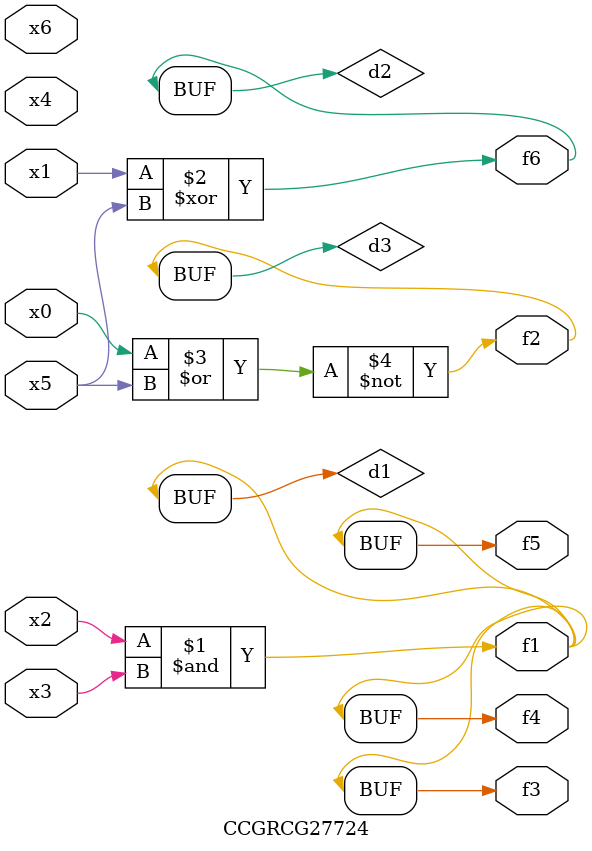
<source format=v>
module CCGRCG27724(
	input x0, x1, x2, x3, x4, x5, x6,
	output f1, f2, f3, f4, f5, f6
);

	wire d1, d2, d3;

	and (d1, x2, x3);
	xor (d2, x1, x5);
	nor (d3, x0, x5);
	assign f1 = d1;
	assign f2 = d3;
	assign f3 = d1;
	assign f4 = d1;
	assign f5 = d1;
	assign f6 = d2;
endmodule

</source>
